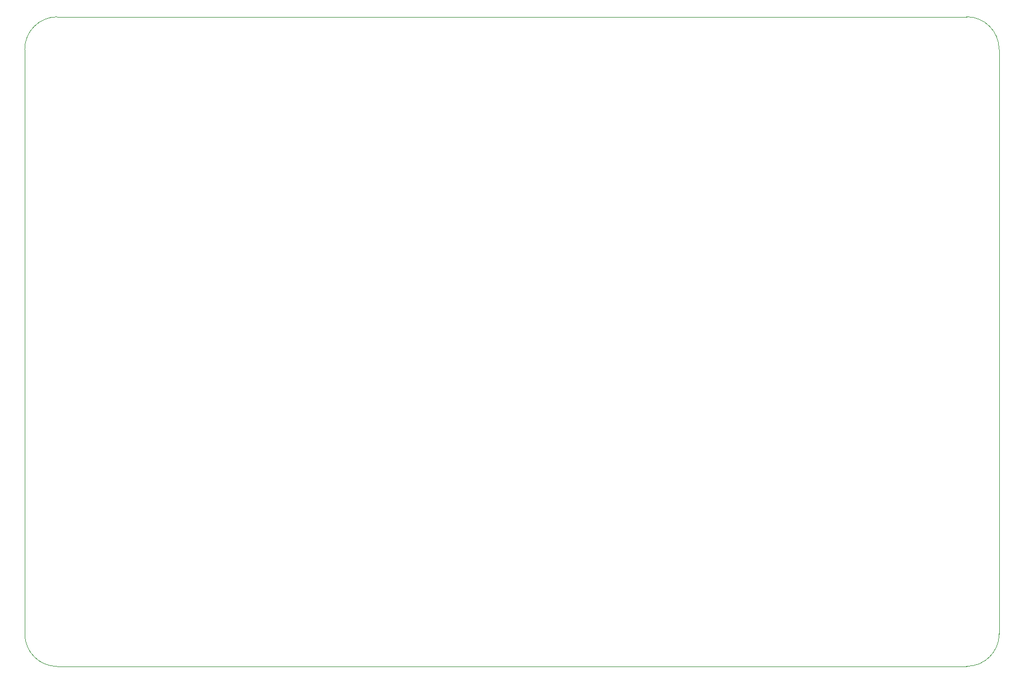
<source format=gm1>
G04 Layer_Color=16711935*
%FSLAX44Y44*%
%MOMM*%
G71*
G01*
G75*
%ADD63C,0.1000*%
D63*
X1450128Y-999960D02*
G03*
X1500128Y-949960I0J50000D01*
G01*
X1499960Y-49872D02*
G03*
X1449960Y127I-50000J0D01*
G01*
X49872Y-40D02*
G03*
X-127Y-50040I0J-50000D01*
G01*
X40Y-950127D02*
G03*
X50040Y-1000127I50000J0D01*
G01*
X50000Y0D02*
X1450000D01*
X0Y-950000D02*
Y-50000D01*
X50000Y-1000000D02*
X1450000D01*
X1500000Y-950000D02*
Y-50000D01*
X1450128Y-999960D02*
G03*
X1500128Y-949960I0J50000D01*
G01*
X1499960Y-49872D02*
G03*
X1449960Y127I-50000J0D01*
G01*
X49872Y-40D02*
G03*
X-127Y-50040I0J-50000D01*
G01*
X40Y-950127D02*
G03*
X50040Y-1000127I50000J0D01*
G01*
X50000Y0D02*
X1450000D01*
X0Y-950000D02*
Y-50000D01*
X50000Y-1000000D02*
X1450000D01*
X1500000Y-950000D02*
Y-50000D01*
M02*

</source>
